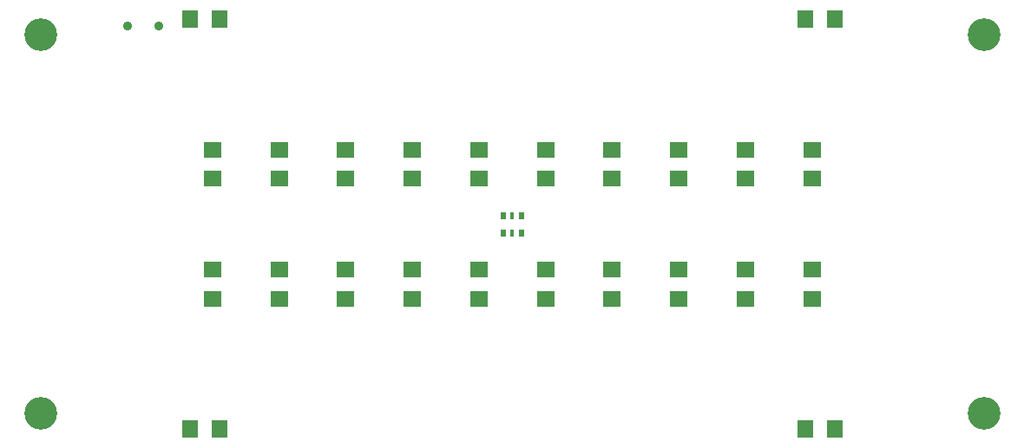
<source format=gbr>
G04 #@! TF.GenerationSoftware,KiCad,Pcbnew,(5.0.0-rc2-dev-482-gf81c77cd4)*
G04 #@! TF.CreationDate,2018-05-10T20:02:33+02:00*
G04 #@! TF.ProjectId,score_board,73636F72655F626F6172642E6B696361,1*
G04 #@! TF.SameCoordinates,Original*
G04 #@! TF.FileFunction,Soldermask,Top*
G04 #@! TF.FilePolarity,Negative*
%FSLAX46Y46*%
G04 Gerber Fmt 4.6, Leading zero omitted, Abs format (unit mm)*
G04 Created by KiCad (PCBNEW (5.0.0-rc2-dev-482-gf81c77cd4)) date Thu May 10 20:02:33 2018*
%MOMM*%
%LPD*%
G01*
G04 APERTURE LIST*
%ADD10C,0.900000*%
%ADD11R,1.620000X1.670000*%
%ADD12R,1.670000X1.620000*%
%ADD13R,0.500000X0.800000*%
%ADD14R,0.300000X0.800000*%
%ADD15C,3.200000*%
G04 APERTURE END LIST*
D10*
X72500000Y-105670000D03*
X75500000Y-105670000D03*
D11*
X141430000Y-145000000D03*
X138570000Y-145000000D03*
X78570000Y-145000000D03*
X81430000Y-145000000D03*
X81430000Y-105000000D03*
X78570000Y-105000000D03*
X138570000Y-105000000D03*
X141430000Y-105000000D03*
D12*
X87250000Y-132280000D03*
X87250000Y-129420000D03*
X100250000Y-129420000D03*
X100250000Y-132280000D03*
X106750000Y-132280000D03*
X106750000Y-129420000D03*
X113250000Y-129420000D03*
X113250000Y-132280000D03*
X119750000Y-132280000D03*
X119750000Y-129420000D03*
X126250000Y-129420000D03*
X126250000Y-132280000D03*
X132750000Y-132280000D03*
X132750000Y-129420000D03*
X139250000Y-129420000D03*
X139250000Y-132280000D03*
X80750000Y-132280000D03*
X80750000Y-129420000D03*
X93750000Y-129420000D03*
X93750000Y-132280000D03*
X139250000Y-117720000D03*
X139250000Y-120580000D03*
X126250000Y-120580000D03*
X126250000Y-117720000D03*
X119750000Y-117720000D03*
X119750000Y-120580000D03*
X106750000Y-120580000D03*
X106750000Y-117720000D03*
X100250000Y-117720000D03*
X100250000Y-120580000D03*
X93750000Y-120580000D03*
X93750000Y-117720000D03*
X87250000Y-120580000D03*
X87250000Y-117720000D03*
X132750000Y-120580000D03*
X132750000Y-117720000D03*
X80750000Y-120580000D03*
X80750000Y-117720000D03*
X113250000Y-120580000D03*
X113250000Y-117720000D03*
D13*
X109100000Y-125850000D03*
D14*
X110000000Y-125850000D03*
D13*
X110900000Y-125850000D03*
X110900000Y-124150000D03*
D14*
X110000000Y-124150000D03*
D13*
X109100000Y-124150000D03*
D15*
X64000000Y-143500000D03*
X156000000Y-143500000D03*
X156000000Y-106500000D03*
X64000000Y-106500000D03*
M02*

</source>
